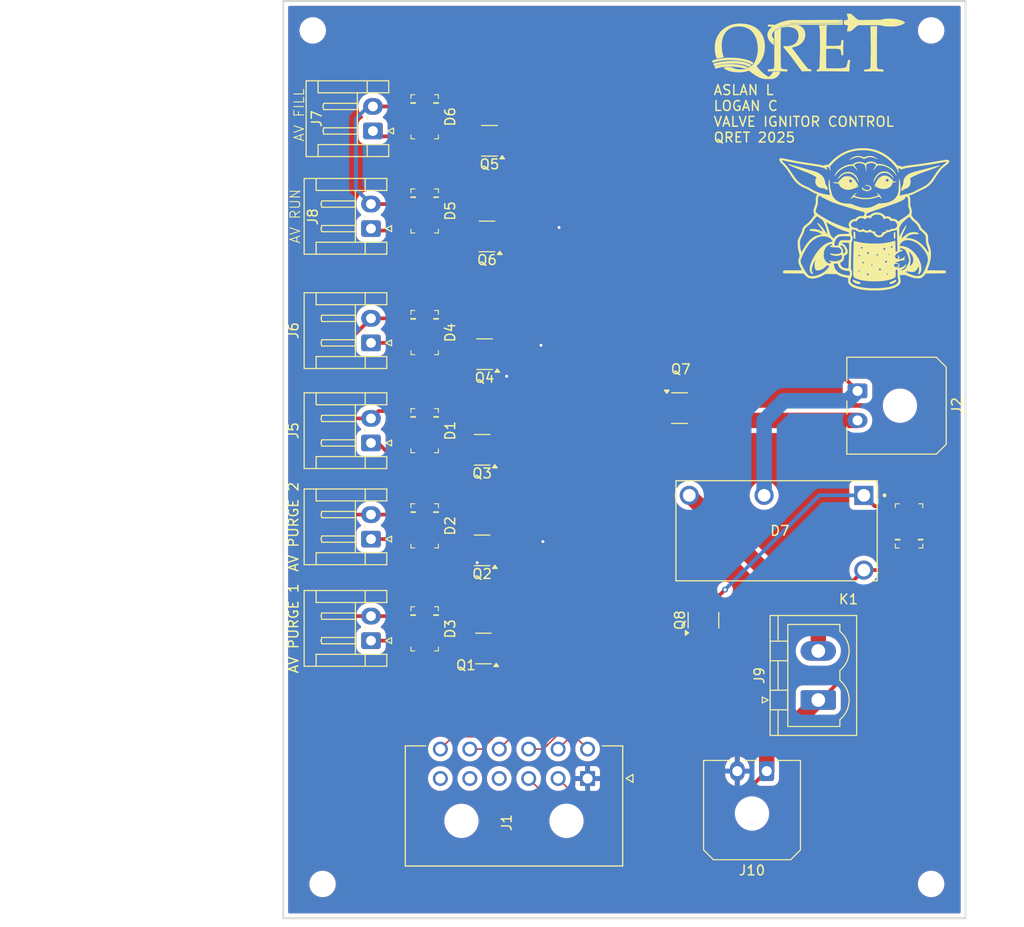
<source format=kicad_pcb>
(kicad_pcb (version 20241229) (generator "pcbnew") (generator_version "9.0")
  (layers (0 "F.Cu" signal) (2 "B.Cu" signal) (13 "F.Paste" user) (15 "B.Paste" user) (5 "F.SilkS" user "F.Silkscreen") (7 "B.SilkS" user "B.Silkscreen") (1 "F.Mask" user) (3 "B.Mask" user) (25 "Edge.Cuts" user))
  (net 0 "")
  (net 1 "+24V")
  (net 2 "VLV 1")
  (net 3 "VLV 2")
  (net 4 "VLV 3")
  (net 5 "VLV 4")
  (net 6 "AV FILL VLV")
  (net 7 "AV RUN VLV")
  (net 8 "Net-(Q8-D)")
  (net 10 "IGNITOR CTL")
  (net 11 "AV  RUN CTL")
  (net 12 "VLV 2 CTL")
  (net 13 "AV FILL CTL")
  (net 14 "VLV 1 CTL")
  (net 16 "VLV 3 CTL")
  (net 17 "GND")
  (net 18 "VLV 4 CTL")
  (net 19 "RELAY SFEGRD CTL")
  (net 21 "IGNITOR 3A -")
  (net 22 "Net-(J9-Pin_2)")
  (net 23 "Net-(Q1-G)")
  (net 24 "Net-(Q2-G)")
  (net 25 "Net-(Q3-G)")
  (net 26 "Net-(Q4-G)")
  (net 27 "Net-(Q5-G)")
  (net 28 "Net-(Q6-G)")
  (net 29 "Net-(Q7-G)")
  (net 30 "Net-(Q8-G)")
  (net 31 "SAFE POWER 24v")
  (footprint "Footprints:LOGO" (layer "F.Cu") (at 92.5 94.5)
    (property "Reference" "G***" (hide yes))
    (property "Value" "LOGO" (hide yes))
  )
  (footprint "Footprints:JST_EH_S2B-EH_1x02_P2.50mm_Horizontal" (layer "F.Cu") (at 47.9325 144.85 90)
    (property "Reference" "AV PURGE 2" (at 1.25 -7.9 90) (layer "F.SilkS"))
    (property "Value" "Conn_01x02_Pin")
    (pad "1" thru_hole roundrect (at 0 0 90) (size 1.7 2) (drill 1) (layers "*.Cu" "*.Mask") (roundrect_rratio 0.147059) (net 3 "VLV 2"))
    (pad "2" thru_hole oval (at 2.5 0 90) (size 1.7 2) (drill 1) (layers "*.Cu" "*.Mask") (net 1 "+24V"))
  )
  (footprint "Footprints:R_0805" (layer "F.Cu") (at 63.75 126 -90)
    (property "Reference" "R8" (hide yes))
    (property "Value" "100KR")
    (pad "1" smd roundrect (at -0.91 0 270) (size 1.02 1.4) (layers "F.Cu" "F.Mask" "F.Paste") (roundrect_rratio 0.243902) (net 17 "GND"))
    (pad "2" smd roundrect (at 0.91 0 270) (size 1.02 1.4) (layers "F.Cu" "F.Mask" "F.Paste") (roundrect_rratio 0.243902) (net 26 "Net-(Q4-G)"))
  )
  (footprint "Footprints:LOGO" (layer "F.Cu") (at 98.2 112)
    (property "Reference" "G***" (hide yes))
    (property "Value" "LOGO" (hide yes))
  )
  (footprint "Footprints:R_0805" (layer "F.Cu") (at 63.75 114 -90)
    (property "Reference" "R12" (hide yes))
    (property "Value" "100KR")
    (pad "1" smd roundrect (at -0.91 0 270) (size 1.02 1.4) (layers "F.Cu" "F.Mask" "F.Paste") (roundrect_rratio 0.243902) (net 17 "GND"))
    (pad "2" smd roundrect (at 0.91 0 270) (size 1.02 1.4) (layers "F.Cu" "F.Mask" "F.Paste") (roundrect_rratio 0.243902) (net 28 "Net-(Q6-G)"))
  )
  (footprint "Footprints:R_0805" (layer "F.Cu") (at 63.75 160 90)
    (property "Reference" "R1" (hide yes))
    (property "Value" "R100")
    (pad "1" smd roundrect (at -0.91 0 90) (size 1.02 1.4) (layers "F.Cu" "F.Mask" "F.Paste") (roundrect_rratio 0.243902) (net 14 "VLV 1 CTL"))
    (pad "2" smd roundrect (at 0.91 0 90) (size 1.02 1.4) (layers "F.Cu" "F.Mask" "F.Paste") (roundrect_rratio 0.243902) (net 23 "Net-(Q1-G)"))
  )
  (footprint "Footprints:SOT-23-3" (layer "F.Cu") (at 79.3625 131.5)
    (property "Reference" "Q7" (at 0.1275 -3.97 0) (layer "F.SilkS"))
    (property "Value" "BSS138")
    (pad "1" smd roundrect (at -1.1375 -0.95) (size 1.325 0.6) (layers "F.Cu" "F.Mask" "F.Paste") (net 29 "Net-(Q7-G)"))
    (pad "2" smd roundrect (at -1.1375 0.95) (size 1.325 0.6) (layers "F.Cu" "F.Mask" "F.Paste") (net 17 "GND"))
    (pad "3" smd roundrect (at 1.1375 0) (size 1.325 0.6) (layers "F.Cu" "F.Mask" "F.Paste") (net 21 "IGNITOR 3A -"))
  )
  (footprint "Footprints:JST_EH_S2B-EH_1x02_P2.50mm_Horizontal" (layer "F.Cu") (at 47.9325 124.85 90)
    (property "Reference" "J6" (at 1.25 -7.9 90) (layer "F.SilkS"))
    (property "Value" "Conn_01x02_Pin")
    (pad "1" thru_hole roundrect (at 0 0 90) (size 1.7 2) (drill 1) (layers "*.Cu" "*.Mask") (roundrect_rratio 0.147059) (net 5 "VLV 4"))
    (pad "2" thru_hole oval (at 2.5 0 90) (size 1.7 2) (drill 1) (layers "*.Cu" "*.Mask") (net 1 "+24V"))
  )
  (footprint "Footprints:SOT-23-3" (layer "F.Cu") (at 59.75 114 180)
    (property "Reference" "Q6" (at 0 -2.4 0) (layer "F.SilkS"))
    (property "Value" "BSS138")
    (pad "1" smd roundrect (at -1.1375 -0.95 180) (size 1.325 0.6) (layers "F.Cu" "F.Mask" "F.Paste") (net 28 "Net-(Q6-G)"))
    (pad "2" smd roundrect (at -1.1375 0.95 180) (size 1.325 0.6) (layers "F.Cu" "F.Mask" "F.Paste") (net 17 "GND"))
    (pad "3" smd roundrect (at 1.1375 0 180) (size 1.325 0.6) (layers "F.Cu" "F.Mask" "F.Paste") (net 7 "AV RUN VLV"))
  )
  (footprint "Footprints:SOT-23-3" (layer "F.Cu") (at 59.5 126 180)
    (property "Reference" "Q4" (at 0 -2.4 0) (layer "F.SilkS"))
    (property "Value" "BSS138")
    (pad "1" smd roundrect (at -1.1375 -0.95 180) (size 1.325 0.6) (layers "F.Cu" "F.Mask" "F.Paste") (net 26 "Net-(Q4-G)"))
    (pad "2" smd roundrect (at -1.1375 0.95 180) (size 1.325 0.6) (layers "F.Cu" "F.Mask" "F.Paste") (net 17 "GND"))
    (pad "3" smd roundrect (at 1.1375 0 180) (size 1.325 0.6) (layers "F.Cu" "F.Mask" "F.Paste") (net 5 "VLV 4"))
  )
  (footprint "Footprints:JST_EH_S2B-EH_1x02_P2.50mm_Horizontal" (layer "F.Cu") (at 47.9325 113.2 90)
    (property "Reference" "J8" (at 1.2 -5.9325 90) (layer "F.SilkS"))
    (property "Value" "Conn_01x02_Pin")
    (pad "1" thru_hole roundrect (at 0 0 90) (size 1.7 2) (drill 1) (layers "*.Cu" "*.Mask") (roundrect_rratio 0.147059) (net 7 "AV RUN VLV"))
    (pad "2" thru_hole oval (at 2.5 0 90) (size 1.7 2) (drill 1) (layers "*.Cu" "*.Mask") (net 31 "SAFE POWER 24v"))
  )
  (footprint "Footprints:SOT-23-3" (layer "F.Cu") (at 59.3875 156 180)
    (property "Reference" "Q1" (at 1.7875 -1.7 0) (layer "F.SilkS"))
    (property "Value" "BSS138")
    (pad "1" smd roundrect (at -1.1375 -0.95 180) (size 1.325 0.6) (layers "F.Cu" "F.Mask" "F.Paste") (net 23 "Net-(Q1-G)"))
    (pad "2" smd roundrect (at -1.1375 0.95 180) (size 1.325 0.6) (layers "F.Cu" "F.Mask" "F.Paste") (net 17 "GND"))
    (pad "3" smd roundrect (at 1.1375 0 180) (size 1.325 0.6) (layers "F.Cu" "F.Mask" "F.Paste") (net 2 "VLV 1"))
  )
  (footprint "Footprints:SOT-23-3" (layer "F.Cu") (at 59.25 135.75 180)
    (property "Reference" "Q3" (at 0 -2.4 0) (layer "F.SilkS"))
    (property "Value" "BSS138")
    (pad "1" smd roundrect (at -1.1375 -0.95 180) (size 1.325 0.6) (layers "F.Cu" "F.Mask" "F.Paste") (net 25 "Net-(Q3-G)"))
    (pad "2" smd roundrect (at -1.1375 0.95 180) (size 1.325 0.6) (layers "F.Cu" "F.Mask" "F.Paste") (net 17 "GND"))
    (pad "3" smd roundrect (at 1.1375 0 180) (size 1.325 0.6) (layers "F.Cu" "F.Mask" "F.Paste") (net 4 "VLV 3"))
  )
  (footprint "Footprints:DO-214AC" (layer "F.Cu") (at 53.4 143.5 -90)
    (property "Reference" "D2" (at 0 -2.6 90) (layer "F.SilkS"))
    (property "Value" "S1G")
    (pad "A" smd rect (at 2 0 270) (size 2.5 1.7) (layers "F.Cu" "F.Mask" "F.Paste") (net 3 "VLV 2"))
    (pad "K" smd rect (at -2 0 270) (size 2.5 1.7) (layers "F.Cu" "F.Mask" "F.Paste") (net 1 "+24V"))
  )
  (footprint "Footprints:DO-214AC" (layer "F.Cu") (at 102.75 143.5 90)
    (property "Reference" "D7" (at -0.5 -13.1625 180) (layer "F.SilkS"))
    (property "Value" "S1G")
    (pad "A" smd rect (at 2 0 90) (size 2.5 1.7) (layers "F.Cu" "F.Mask" "F.Paste") (net 8 "Net-(Q8-D)"))
    (pad "K" smd rect (at -2 0 90) (size 2.5 1.7) (layers "F.Cu" "F.Mask" "F.Paste") (net 1 "+24V"))
  )
  (footprint "Footprints:R_0805" (layer "F.Cu") (at 82.84 157.75 180)
    (property "Reference" "R16" (hide yes))
    (property "Value" "100KR")
    (pad "1" smd roundrect (at -0.91 0 180) (size 1.02 1.4) (layers "F.Cu" "F.Mask" "F.Paste") (roundrect_rratio 0.243902) (net 17 "GND"))
    (pad "2" smd roundrect (at 0.91 0 180) (size 1.02 1.4) (layers "F.Cu" "F.Mask" "F.Paste") (roundrect_rratio 0.243902) (net 30 "Net-(Q8-G)"))
  )
  (footprint "Footprints:DO-214AC" (layer "F.Cu") (at 53.4 154 -90)
    (property "Reference" "D3" (at 0 -2.6 90) (layer "F.SilkS"))
    (property "Value" "S1G")
    (pad "A" smd rect (at 2 0 270) (size 2.5 1.7) (layers "F.Cu" "F.Mask" "F.Paste") (net 2 "VLV 1"))
    (pad "K" smd rect (at -2 0 270) (size 2.5 1.7) (layers "F.Cu" "F.Mask" "F.Paste") (net 1 "+24V"))
  )
  (footprint "Footprints:R_0805" (layer "F.Cu") (at 63.75 130.59 90)
    (property "Reference" "R7" (hide yes))
    (property "Value" "R100")
    (pad "1" smd roundrect (at -0.91 0 90) (size 1.02 1.4) (layers "F.Cu" "F.Mask" "F.Paste") (roundrect_rratio 0.243902) (net 18 "VLV 4 CTL"))
    (pad "2" smd roundrect (at 0.91 0 90) (size 1.02 1.4) (layers "F.Cu" "F.Mask" "F.Paste") (roundrect_rratio 0.243902) (net 26 "Net-(Q4-G)"))
  )
  (footprint "Footprints:MountingHole_2.2mm_M2" (layer "F.Cu") (at 42 93)
    (property "Reference" "REF**" (hide yes))
    (property "Value" "MountingHole_2.2mm_M2")
    (pad "" np_thru_hole circle (at 0 0) (size 2.2 2.2) (drill 2.2) (layers "*.Cu" "*.Mask"))
  )
  (footprint "Footprints:R_0805" (layer "F.Cu") (at 77 135.75 -90)
    (property "Reference" "R14" (hide yes))
    (property "Value" "R100K")
    (pad "1" smd roundrect (at -0.91 0 270) (size 1.02 1.4) (layers "F.Cu" "F.Mask" "F.Paste") (roundrect_rratio 0.243902) (net 17 "GND"))
    (pad "2" smd roundrect (at 0.91 0 270) (size 1.02 1.4) (layers "F.Cu" "F.Mask" "F.Paste") (roundrect_rratio 0.243902) (net 29 "Net-(Q7-G)"))
  )
  (footprint "Footprints:Molex_Micro-Fit_3.0_43650-0200_1x02_P3.00mm_Horizontal" (layer "F.Cu") (at 88.25 168.5 180)
    (property "Reference" "J10" (at 1.5 -10.12 0) (layer "F.SilkS"))
    (property "Value" "Conn_01x02_Pin")
    (pad "" np_thru_hole circle (at 1.5 -4.32 180) (size 3 3) (drill 3) (layers "*.Cu" "*.Mask"))
    (pad "1" thru_hole roundrect (at 0 0 180) (size 1.5 2.02) (drill 1.02) (layers "*.Cu" "*.Mask") (roundrect_rratio 0.166667) (net 1 "+24V"))
    (pad "2" thru_hole oval (at 3 0 180) (size 1.5 2.02) (drill 1.02) (layers "*.Cu" "*.Mask") (net 17 "GND"))
  )
  (footprint "Footprints:DO-214AC" (layer "F.Cu") (at 53.4 111.4 -90)
    (property "Reference" "D5" (at 0 -2.6 90) (layer "F.SilkS"))
    (property "Value" "S1G")
    (pad "A" smd rect (at 2 0 270) (size 2.5 1.7) (layers "F.Cu" "F.Mask" "F.Paste") (net 7 "AV RUN VLV"))
    (pad "K" smd rect (at -2 0 270) (size 2.5 1.7) (layers "F.Cu" "F.Mask" "F.Paste") (net 31 "SAFE POWER 24v"))
  )
  (footprint "Footprints:R_0805" (layer "F.Cu") (at 63.75 108.25 90)
    (property "Reference" "R9" (hide yes))
    (property "Value" "R100")
    (pad "1" smd roundrect (at -0.91 0 90) (size 1.02 1.4) (layers "F.Cu" "F.Mask" "F.Paste") (roundrect_rratio 0.243902) (net 13 "AV FILL CTL"))
    (pad "2" smd roundrect (at 0.91 0 90) (size 1.02 1.4) (layers "F.Cu" "F.Mask" "F.Paste") (roundrect_rratio 0.243902) (net 27 "Net-(Q5-G)"))
  )
  (footprint "Footprints:MountingHole_2.2mm_M2" (layer "F.Cu") (at 105 180)
    (property "Reference" "REF**" (hide yes))
    (property "Value" "MountingHole_2.2mm_M2")
    (pad "" np_thru_hole circle (at 0 0) (size 2.2 2.2) (drill 2.2) (layers "*.Cu" "*.Mask"))
  )
  (footprint "Footprints:MOLEX_430451200" (layer "F.Cu") (at 70 169.25)
    (property "Reference" "J1" (at -8.25 4.5 270) (layer "F.SilkS"))
    (property "Value" "Conn_01x12_Pin")
    (pad "" np_thru_hole circle (at -12.85 4.32) (size 3 3) (drill 3) (layers "*.Cu" "*.Mask"))
    (pad "" np_thru_hole circle (at -2.15 4.32) (size 3 3) (drill 3) (layers "*.Cu" "*.Mask"))
    (pad "1" thru_hole rect (at 0 0) (size 1.52 1.52) (drill 1.02) (layers "*.Cu") (net 17 "GND"))
    (pad "2" thru_hole circle (at -3 0) (size 1.52 1.52) (drill 1.02) (layers "*.Cu") (net 10 "IGNITOR CTL"))
    (pad "3" thru_hole circle (at -6 0) (size 1.52 1.52) (drill 1.02) (layers "*.Cu") (net 19 "RELAY SFEGRD CTL"))
    (pad "4" thru_hole circle (at -9 0) (size 1.52 1.52) (drill 1.02) (layers "*.Cu"))
    (pad "5" thru_hole circle (at -12 0) (size 1.52 1.52) (drill 1.02) (layers "*.Cu"))
    (pad "6" thru_hole circle (at -15 0) (size 1.52 1.52) (drill 1.02) (layers "*.Cu"))
    (pad "7" thru_hole circle (at 0 -3) (size 1.52 1.52) (drill 1.02) (layers "*.Cu") (net 13 "AV FILL CTL"))
    (pad "8" thru_hole circle (at -3 -3) (size 1.52 1.52) (drill 1.02) (layers "*.Cu") (net 11 "AV  RUN CTL"))
    (pad "9" thru_hole circle (at -6 -3) (size 1.52 1.52) (drill 1.02) (layers "*.Cu") (net 18 "VLV 4 CTL"))
    (pad "10" thru_hole circle (at -9 -3) (size 1.52 1.52) (drill 1.02) (layers "*.Cu") (net 16 "VLV 3 CTL"))
    (pad "11" thru_hole circle (at -12 -3) (size 1.52 1.52) (drill 1.02) (layers "*.Cu") (net 12 "VLV 2 CTL"))
    (pad "12" thru_hole circle (at -15 -3) (size 1.52 1.52) (drill 1.02) (layers "*.Cu") (net 14 "VLV 1 CTL"))
  )
  (footprint "Footprints:MountingHole_2.2mm_M2" (layer "F.Cu") (at 105 93)
    (property "Reference" "REF**" (hide yes))
    (property "Value" "MountingHole_2.2mm_M2")
    (pad "" np_thru_hole circle (at 0 0) (size 2.2 2.2) (drill 2.2) (layers "*.Cu" "*.Mask"))
  )
  (footprint "Footprints:SOT-23-3" (layer "F.Cu") (at 59.25 146 180)
    (property "Reference" "Q2" (at 0 -2.4 0) (layer "F.SilkS"))
    (property "Value" "BSS138")
    (pad "1" smd roundrect (at -1.1375 -0.95 180) (size 1.325 0.6) (layers "F.Cu" "F.Mask" "F.Paste") (net 24 "Net-(Q2-G)"))
    (pad "2" smd roundrect (at -1.1375 0.95 180) (size 1.325 0.6) (layers "F.Cu" "F.Mask" "F.Paste") (net 17 "GND"))
    (pad "3" smd roundrect (at 1.1375 0 180) (size 1.325 0.6) (layers "F.Cu" "F.Mask" "F.Paste") (net 3 "VLV 2"))
  )
  (footprint "Footprints:R_0805" (layer "F.Cu") (at 63.75 140.25 90)
    (property "Reference" "R5" (hide yes))
    (property "Value" "R100")
    (pad "1" smd roundrect (at -0.91 0 90) (size 1.02 1.4) (layers "F.Cu" "F.Mask" "F.Paste") (roundrect_rratio 0.243902) (net 16 "VLV 3 CTL"))
    (pad "2" smd roundrect (at 0.91 0 90) (size 1.02 1.4) (layers "F.Cu" "F.Mask" "F.Paste") (roundrect_rratio 0.243902) (net 25 "Net-(Q3-G)"))
  )
  (footprint "Footprints:MountingHole_2.2mm_M2" (layer "F.Cu") (at 43 180)
    (property "Reference" "REF**" (hide yes))
    (property "Value" "MountingHole_2.2mm_M2")
    (pad "" np_thru_hole circle (at 0 0) (size 2.2 2.2) (drill 2.2) (layers "*.Cu" "*.Mask"))
  )
  (footprint "Footprints:DO-214AC" (layer "F.Cu") (at 53.4 123.8 -90)
    (property "Reference" "D4" (at 0 -2.6 90) (layer "F.SilkS"))
    (property "Value" "S1G")
    (pad "A" smd rect (at 2 0 270) (size 2.5 1.7) (layers "F.Cu" "F.Mask" "F.Paste") (net 5 "VLV 4"))
    (pad "K" smd rect (at -2 0 270) (size 2.5 1.7) (layers "F.Cu" "F.Mask" "F.Paste") (net 1 "+24V"))
  )
  (footprint "Footprints:Molex_Micro-Fit_3.0_43650-0200_1x02_P3.00mm_Horizontal" (layer "F.Cu") (at 97.5 129.75 -90)
    (property "Reference" "J2" (at 1.5 -10.12 90) (layer "F.SilkS"))
    (property "Value" "Conn_01x02_Pin")
    (pad "" np_thru_hole circle (at 1.5 -4.32 270) (size 3 3) (drill 3) (layers "*.Cu" "*.Mask"))
    (pad "1" thru_hole roundrect (at 0 0 270) (size 1.5 2.02) (drill 1.02) (layers "*.Cu" "*.Mask") (roundrect_rratio 0.166667) (net 31 "SAFE POWER 24v"))
    (pad "2" thru_hole oval (at 3 0 270) (size 1.5 2.02) (drill 1.02) (layers "*.Cu" "*.Mask") (net 21 "IGNITOR 3A -"))
  )
  (footprint "Footprints:RELAY_PR30-24V-450-1A" (layer "F.Cu") (at 89.25 144 180)
    (property "Reference" "K1" (at -7.325 -6.985 0) (layer "F.SilkS"))
    (property "Value" "PR30-24V-450-1A")
    (pad "1" thru_hole rect (at -8.89 3.61 180) (size 1.95 1.95) (drill 1.3) (layers "*.Cu" "*.Mask") (net 8 "Net-(Q8-D)"))
    (pad "5" thru_hole circle (at 1.27 3.61 180) (size 1.95 1.95) (drill 1.3) (layers "*.Cu" "*.Mask") (net 31 "SAFE POWER 24v"))
    (pad "8" thru_hole circle (at 8.89 3.61 180) (size 1.95 1.95) (drill 1.3) (layers "*.Cu" "*.Mask") (net 22 "Net-(J9-Pin_2)"))
    (pad "16" thru_hole circle (at -8.89 -4.01 180) (size 1.95 1.95) (drill 1.3) (layers "*.Cu" "*.Mask") (net 1 "+24V"))
  )
  (footprint "Footprints:DO-214AC" (layer "F.Cu") (at 53.4 133.8 -90)
    (property "Reference" "D1" (at 0 -2.6 90) (layer "F.SilkS"))
    (property "Value" "S1G")
    (pad "A" smd rect (at 2 0 270) (size 2.5 1.7) (layers "F.Cu" "F.Mask" "F.Paste") (net 4 "VLV 3"))
    (pad "K" smd rect (at -2 0 270) (size 2.5 1.7) (layers "F.Cu" "F.Mask" "F.Paste") (net 1 "+24V"))
  )
  (footprint "Footprints:SOT-23-3" (layer "F.Cu") (at 81.8 153.1125 90)
    (property "Reference" "Q8" (at 0 -2.4 90) (layer "F.SilkS"))
    (property "Value" "BSS138")
    (pad "1" smd roundrect (at -1.1375 -0.95 90) (size 1.325 0.6) (layers "F.Cu" "F.Mask" "F.Paste") (net 30 "Net-(Q8-G)"))
    (pad "2" smd roundrect (at -1.1375 0.95 90) (size 1.325 0.6) (layers "F.Cu" "F.Mask" "F.Paste") (net 17 "GND"))
    (pad "3" smd roundrect (at 1.1375 0 90) (size 1.325 0.6) (layers "F.Cu" "F.Mask" "F.Paste") (net 8 "Net-(Q8-D)"))
  )
  (footprint "Footprints:R_0805" (layer "F.Cu") (at 76.75 139.84 90)
    (property "Reference" "R13" (hide yes))
    (property "Value" "R100")
    (pad "1" smd roundrect (at -0.91 0 90) (size 1.02 1.4) (layers "F.Cu" "F.Mask" "F.Paste") (roundrect_rratio 0.243902) (net 10 "IGNITOR CTL"))
    (pad "2" smd roundrect (at 0.91 0 90) (size 1.02 1.4) (layers "F.Cu" "F.Mask" "F.Paste") (roundrect_rratio 0.243902) (net 29 "Net-(Q7-G)"))
  )
  (footprint "Footprints:R_0805" (layer "F.Cu") (at 63.75 156 -90)
    (property "Reference" "R2" (hide yes))
    (property "Value" "100KR")
    (pad "1" smd roundrect (at -0.91 0 270) (size 1.02 1.4) (layers "F.Cu" "F.Mask" "F.Paste") (roundrect_rratio 0.243902) (net 17 "GND"))
    (pad "2" smd roundrect (at 0.91 0 270) (size 1.02 1.4) (layers "F.Cu" "F.Mask" "F.Paste") (roundrect_rratio 0.243902) (net 23 "Net-(Q1-G)"))
  )
  (footprint "Footprints:R_0805" (layer "F.Cu") (at 63.75 135.75 -90)
    (property "Reference" "R6" (hide yes))
    (property "Value" "100KR")
    (pad "1" smd roundrect (at -0.91 0 270) (size 1.02 1.4) (layers "F.Cu" "F.Mask" "F.Paste") (roundrect_rratio 0.243902) (net 17 "GND"))
    (pad "2" smd roundrect (at 0.91 0 270) (size 1.02 1.4) (layers "F.Cu" "F.Mask" "F.Paste") (roundrect_rratio 0.243902) (net 25 "Net-(Q3-G)"))
  )
  (footprint "Footprints:SOT-23-3" (layer "F.Cu") (at 60 104.25 180)
    (property "Reference" "Q5" (at 0 -2.4 0) (layer "F.SilkS"))
    (property "Value" "BSS138")
    (pad "1" smd roundrect (at -1.1375 -0.95 180) (size 1.325 0.6) (layers "F.Cu" "F.Mask" "F.Paste") (net 27 "Net-(Q5-G)"))
    (pad "2" smd roundrect (at -1.1375 0.95 180) (size 1.325 0.6) (layers "F.Cu" "F.Mask" "F.Paste") (net 17 "GND"))
    (pad "3" smd roundrect (at 1.1375 0 180) (size 1.325 0.6) (layers "F.Cu" "F.Mask" "F.Paste") (net 6 "AV FILL VLV"))
  )
  (footprint "Footprints:JST_EH_S2B-EH_1x02_P2.50mm_Horizontal" (layer "F.Cu") (at 48.1325 103.25 90)
    (property "Reference" "J7" (at 1.25 -5.7325 90) (layer "F.SilkS"))
    (property "Value" "Conn_01x02_Pin")
    (pad "1" thru_hole roundrect (at 0 0 90) (size 1.7 2) (drill 1) (layers "*.Cu" "*.Mask") (roundrect_rratio 0.147059) (net 6 "AV FILL VLV"))
    (pad "2" thru_hole oval (at 2.5 0 90) (size 1.7 2) (drill 1) (layers "*.Cu" "*.Mask") (net 31 "SAFE POWER 24v"))
  )
  (footprint "Footprints:R_0805" (layer "F.Cu") (at 79.75 157.75 90)
    (property "Reference" "R15" (hide yes))
    (property "Value" "R100")
    (pad "1" smd roundrect (at -0.91 0 90) (size 1.02 1.4) (layers "F.Cu" "F.Mask" "F.Paste") (roundrect_rratio 0.243902) (net 19 "RELAY SFEGRD CTL"))
    (pad "2" smd roundrect (at 0.91 0 90) (size 1.02 1.4) (layers "F.Cu" "F.Mask" "F.Paste") (roundrect_rratio 0.243902) (net 30 "Net-(Q8-G)"))
  )
  (footprint "Footprints:R_0805" (layer "F.Cu") (at 63.75 118.59 90)
    (property "Reference" "R11" (hide yes))
    (property "Value" "R100")
    (pad "1" smd roundrect (at -0.91 0 90) (size 1.02 1.4) (layers "F.Cu" "F.Mask" "F.Paste") (roundrect_rratio 0.243902) (net 11 "AV  RUN CTL"))
    (pad "2" smd roundrect (at 0.91 0 90) (size 1.02 1.4) (layers "F.Cu" "F.Mask" "F.Paste") (roundrect_rratio 0.243902) (net 28 "Net-(Q6-G)"))
  )
  (footprint "Footprints:R_0805" (layer "F.Cu") (at 63.75 104.25 -90)
    (property "Reference" "R10" (hide yes))
    (property "Value" "100KR")
    (pad "1" smd roundrect (at -0.91 0 270) (size 1.02 1.4) (layers "F.Cu" "F.Mask" "F.Paste") (roundrect_rratio 0.243902) (net 17 "GND"))
    (pad "2" smd roundrect (at 0.91 0 270) (size 1.02 1.4) (layers "F.Cu" "F.Mask" "F.Paste") (roundrect_rratio 0.243902) (net 27 "Net-(Q5-G)"))
  )
  (footprint "Footprints:JST_EH_S2B-EH_1x02_P2.50mm_Horizontal" (layer "F.Cu") (at 47.9325 155.2 90)
    (property "Reference" "AV PURGE 1" (at 1.25 -7.9 90) (layer "F.SilkS"))
    (property "Value" "Conn_01x02_Pin")
    (pad "1" thru_hole roundrect (at 0 0 90) (size 1.7 2) (drill 1) (layers "*.Cu" "*.Mask") (roundrect_rratio 0.147059) (net 2 "VLV 1"))
    (pad "2" thru_hole oval (at 2.5 0 90) (size 1.7 2) (drill 1) (layers "*.Cu" "*.Mask") (net 1 "+24V"))
  )
  (footprint "Footprints:PhoenixContact_MSTBVA_2,5_2-G_1x02_P5.00mm_Vertical" (layer "F.Cu") (at 93.5 161.25 90)
    (property "Reference" "J9" (at 2.5 -6 90) (layer "F.SilkS"))
    (property "Value" "Conn_01x02_Pin")
    (pad "1" thru_hole roundrect (at 0 0 90) (size 2 3.6) (drill 1.4) (layers "*.Cu" "*.Mask") (roundrect_rratio 0.125) (net 1 "+24V"))
    (pad "2" thru_hole oval (at 5 0 90) (size 2 3.6) (drill 1.4) (layers "*.Cu" "*.Mask") (net 22 "Net-(J9-Pin_2)"))
  )
  (footprint "Footprints:R_0805" (layer "F.Cu") (at 63.5 151.25 90)
    (property "Reference" "R3" (hide yes))
    (property "Value" "R100")
    (pad "1" smd roundrect (at -0.91 0 90) (size 1.02 1.4) (layers "F.Cu" "F.Mask" "F.Paste") (roundrect_rratio 0.243902) (net 12 "VLV 2 CTL"))
    (pad "2" smd roundrect (at 0.91 0 90) (size 1.02 1.4) (layers "F.Cu" "F.Mask" "F.Paste") (roundrect_rratio 0.243902) (net 24 "Net-(Q2-G)"))
  )
  (footprint "Footprints:JST_EH_S2B-EH_1x02_P2.50mm_Horizontal" (layer "F.Cu") (at 47.9325 135.05 90)
    (property "Reference" "J5" (at 1.25 -7.9 90) (layer "F.SilkS"))
    (property "Value" "Conn_01x02_Pin")
    (pad "1" thru_hole roundrect (at 0 0 90) (size 1.7 2) (drill 1) (layers "*.Cu" "*.Mask") (roundrect_rratio 0.147059) (net 4 "VLV 3"))
    (pad "2" thru_hole oval (at 2.5 0 90) (size 1.7 2) (drill 1) (layers "*.Cu" "*.Mask") (net 1 "+24V"))
  )
  (footprint "Footprints:R_0805" (layer "F.Cu") (at 63.75 146 -90)
    (property "Reference" "R4" (hide yes))
    (property "Value" "100KR")
    (pad "1" smd roundrect (at -0.91 0 270) (size 1.02 1.4) (layers "F.Cu" "F.Mask" "F.Paste") (roundrect_rratio 0.243902) (net 17 "GND"))
    (pad "2" smd roundrect (at 0.91 0 270) (size 1.02 1.4) (layers "F.Cu" "F.Mask" "F.Paste") (roundrect_rratio 0.243902) (net 24 "Net-(Q2-G)"))
  )
  (footprint "Footprints:DO-214AC" (layer "F.Cu") (at 53.4 101.8 -90)
    (property "Reference" "D6" (at 0 -2.6 90) (layer "F.SilkS"))
    (property "Value" "S1G")
    (pad "A" smd rect (at 2 0 270) (size 2.5 1.7) (layers "F.Cu" "F.Mask" "F.Paste") (net 6 "AV FILL VLV"))
    (pad "K" smd rect (at -2 0 270) (size 2.5 1.7) (layers "F.Cu" "F.Mask" "F.Paste") (net 31 "SAFE POWER 24v"))
  )
  (gr_rect (start 39 90) (end 108.5 183.5) (stroke (width 0.2)) (fill no) (layer "Edge.Cuts"))
  (gr_text "ASLAN L\nLOGAN C\nVALVE IGNITOR CONTROL\nQRET 2025\n" (at 82.75 104.5 0) (layer "F.SilkS") (effects (font (size 1 1)) (justify left bottom)))
  (gr_text "AV RUN" (at 40.8 114.8 90) (layer "F.SilkS") (effects (font (size 1 1) (thickness 0.1)) (justify left bottom)))
  (gr_text "AV FILL" (at 41.2 104.4 90) (layer "F.SilkS") (effects (font (size 1 1) (thickness 0.1)) (justify left bottom)))
  (segment (start 56.5 178.25) (end 44.75 166.5) (width 0.381) (layer "F.Cu") (net 1))
  (segment (start 88.25 168.5) (end 78.5 178.25) (width 0.381) (layer "F.Cu") (net 1))
  (segment (start 96.5 158.5) (end 96.5 149.65) (width 0.381) (layer "F.Cu") (net 1))
  (segment (start 47.9325 142.35) (end 52.55 142.35) (width 0.381) (layer "F.Cu") (net 1))
  (segment (start 44.75 142.75) (end 44.75 142.25) (width 0.381) (layer "F.Cu") (net 1))
  (segment (start 52.65 122.35) (end 53.2 121.8) (width 0.1524) (layer "F.Cu") (net 1))
  (segment (start 44.75 152.75) (end 44.75 152.5) (width 0.381) (layer "F.Cu") (net 1))
  (segment (start 88.25 166.5) (end 93.5 161.25) (width 1.5748) (layer "F.Cu") (net 1))
  (segment (start 98.14 148.01) (end 100.24 148.01) (width 0.381) (layer "F.Cu") (net 1))
  (segment (start 44.75 125.5325) (end 47.9325 122.35) (width 0.381) (layer "F.Cu") (net 1))
  (segment (start 44.75 133) (end 44.75 132.7) (width 0.381) (layer "F.Cu") (net 1))
  (segment (start 44.95 152.7) (end 44.75 152.5) (width 0.381) (layer "F.Cu") (net 1))
  (segment (start 48 132.5) (end 48.1 132.5) (width 0.381) (layer "F.Cu") (net 1))
  (segment (start 53.6 131.8) (end 53.600001 131.799999) (width 0.1524) (layer "F.Cu") (net 1))
  (segment (start 47.9325 122.35) (end 52.65 122.35) (width 0.381) (layer "F.Cu") (net 1))
  (segment (start 44.85 142.35) (end 44.75 142.25) (width 0.1524) (layer "F.Cu") (net 1))
  (segment (start 93.75 161.25) (end 96.5 158.5) (width 0.381) (layer "F.Cu") (net 1))
  (segment (start 47.9325 152.7) (end 44.95 152.7) (width 0.381) (layer "F.Cu") (net 1))
  (segment (start 47.9325 152.7) (end 52.7 152.7) (width 0.381) (layer "F.Cu") (net 1))
  (segment (start 52.55 142.35) (end 53.4 141.5) (width 0.1524) (layer "F.Cu") (net 1))
  (segment (start 96.5 149.65) (end 98.14 148.01) (width 0.381) (layer "F.Cu") (net 1))
  (segment (start 78.5 178.25) (end 56.5 178.25) (width 0.381) (layer "F.Cu") (net 1))
  (segment (start 100.24 148.01) (end 102.75 145.5) (width 0.381) (layer "F.Cu") (net 1))
  (segment (start 93.5 161.25) (end 93.75 161.25) (width 1.5748) (layer "F.Cu") (net 1))
  (segment (start 44.9 132.55) (end 47.9325 132.55) (width 0.381) (layer "F.Cu") (net 1))
  (segment (start 48.6825 131.8) (end 53.6 131.8) (width 0.381) (layer "F.Cu") (net 1))
  (segment (start 47.9325 142.35) (end 44.85 142.35) (width 0.381) (layer "F.Cu") (net 1))
  (segment (start 44.75 132.7) (end 44.75 125.5325) (width 0.381) (layer "F.Cu") (net 1))
  (segment (start 44.75 142.25) (end 44.75 135) (width 0.381) (layer "F.Cu") (net 1))
  (segment (start 44.75 166.5) (end 44.75 152.75) (width 0.381) (layer "F.Cu") (net 1))
  (segment (start 44.75 152.5) (end 44.75 142.75) (width 0.381) (layer "F.Cu") (net 1))
  (segment (start 52.7 152.7) (end 53.4 152) (width 0.1524) (layer "F.Cu") (net 1))
  (segment (start 88.25 168.5) (end 88.25 166.5) (width 1.5748) (layer "F.Cu") (net 1))
  (segment (start 47.9325 132.55) (end 48.6825 131.8) (width 0.381) (layer "F.Cu") (net 1))
  (segment (start 44.75 135) (end 44.75 133) (width 0.381) (layer "F.Cu") (net 1))
  (segment (start 53.2 156) (end 52.4 155.2) (width 0.381) (layer "F.Cu") (net 2))
  (segment (start 53.4 156) (end 53.2 156) (width 0.1524) (layer "F.Cu") (net 2))
  (segment (start 52.4 155.2) (end 47.9325 155.2) (width 0.381) (layer "F.Cu") (net 2))
  (segment (start 58.25 156) (end 53.4 156) (width 0.381) (layer "F.Cu") (net 2))
  (segment (start 53.9 146) (end 53.4 145.5) (width 0.1524) (layer "F.Cu") (net 3))
  (segment (start 47.9325 144.85) (end 52.75 144.85) (width 0.381) (layer "F.Cu") (net 3))
  (segment (start 52.75 144.85) (end 53.4 145.5) (width 0.1524) (layer "F.Cu") (net 3))
  (segment (start 58.1125 146) (end 53.9 146) (width 0.381) (layer "F.Cu") (net 3))
  (segment (start 58.0625 135.8) (end 58.1125 135.75) (width 0.1524) (layer "F.Cu") (net 4))
  (segment (start 49.399783 135.8) (end 48.296383 134.6966) (width 0.381) (layer "F.Cu") (net 4))
  (segment (start 53.4 135.8) (end 49.399783 135.8) (width 0.381) (layer "F.Cu") (net 4))
  (segment (start 58.1125 135.75) (end 57.55 135.75) (width 0.1524) (layer "F.Cu") (net 4))
  (segment (start 53.4 135.8) (end 58.0625 135.8) (width 0.381) (layer "F.Cu") (net 4))
  (segment (start 47.9325 135.05) (end 48.15 135.05) (width 0.1524) (layer "F.Cu") (net 4))
  (segment (start 58.3625 126) (end 53.4 126) (width 0.381) (layer "F.Cu") (net 5))
  (segment (start 47.9325 124.85) (end 52.25 124.85) (width 0.381) (layer "F.Cu") (net 5))
  (segment (start 53.4 126) (end 53.2 125.8) (width 0.1524) (layer "F.Cu") (net 5))
  (segment (start 52.25 124.85) (end 53.2 125.8) (width 0.381) (layer "F.Cu") (net 5))
  (segment (start 53.85 104.25) (end 53.4 103.8) (width 0.1524) (layer "F.Cu") (net 6))
  (segment (start 58.8625 104.25) (end 55.45 104.25) (width 0.381) (layer "F.Cu") (net 6))
  (segment (start 55.45 104.25) (end 53.85 104.25) (width 0.381) (layer "F.Cu") (net 6))
  (segment (start 53.4 103.8) (end 48.6825 103.8) (width 0.381) (layer "F.Cu") (net 6))
  (segment (start 53.4 103.8) (end 53.9 104.3) (width 0.1524) (layer "F.Cu") (net 6))
  (segment (start 48.6825 103.8) (end 48.1325 103.25) (width 0.1524) (layer "F.Cu") (net 6))
  (segment (start 53.4 113.4) (end 54 114) (width 0.381) (layer "F.Cu") (net 7))
  (segment (start 53.4 113.4) (end 48.1325 113.4) (width 0.381) (layer "F.Cu") (net 7))
  (segment (start 48.1325 113.4) (end 47.9325 113.2) (width 0.1524) (layer "F.Cu") (net 7))
  (segment (start 54 114) (end 58.6125 114) (width 0.381) (layer "F.Cu") (net 7))
  (segment (start 82.025 151.975) (end 84 150) (width 0.381) (layer "F.Cu") (net 8))
  (segment (start 102.75 141.5) (end 99.25 141.5) (width 0.381) (layer "F.Cu") (net 8))
  (segment (start 99.25 141.5) (end 98.14 140.39) (width 0.381) (layer "F.Cu") (net 8))
  (segment (start 81.8 151.975) (end 82.025 151.975) (width 0.381) (layer "F.Cu") (net 8))
  (via (at 84 150) (size 0.6) (drill 0.3) (layers "F.Cu" "B.Cu") (net 8))
  (segment (start 84 150) (end 93.61 140.39) (width 0.381) (layer "B.Cu") (net 8))
  (segment (start 93.61 140.39) (end 98.14 140.39) (width 0.381) (layer "B.Cu") (net 8))
  (segment (start 75.4 169.501632) (end 75.4 141.4) (width 0.1524) (layer "F.Cu") (net 10))
  (segment (start 67 169.25) (end 68.75 171) (width 0.1524) (layer "F.Cu") (net 10))
  (segment (start 76.05 140.75) (end 76.75 140.75) (width 0.1524) (layer "F.Cu") (net 10))
  (segment (start 73.901632 171) (end 75.4 169.501632) (width 0.1524) (layer "F.Cu") (net 10))
  (segment (start 75.4 141.4) (end 76.05 140.75) (width 0.1524) (layer "F.Cu") (net 10))
  (segment (start 68.75 171) (end 73.901632 171) (width 0.1524) (layer "F.Cu") (net 10))
  (segment (start 67.8976 165.3524) (end 67 166.25) (width 0.1524) (layer "F.Cu") (net 11))
  (segment (start 67.8976 121.1476) (end 67.8976 165.3524) (width 0.1524) (layer "F.Cu") (net 11))
  (segment (start 63.75 119.5) (end 66.25 119.5) (width 0.1524) (layer "F.Cu") (net 11))
  (segment (start 66.25 119.5) (end 67.8976 121.1476) (width 0.1524) (layer "F.Cu") (net 11))
  (segment (start 66.25 164.25) (end 61.25 164.25) (width 0.1524) (layer "F.Cu") (net 12))
  (segment (start 59.25 166.25) (end 58 166.25) (width 0.1524) (layer "F.Cu") (net 12))
  (segment (start 61.25 164.25) (end 59.25 166.25) (width 0.1524) (layer "F.Cu") (net 12))
  (segment (start 63.5 152.16) (end 66.8404 155.5004) (width 0.1524) (layer "F.Cu") (net 12))
  (segment (start 66.8404 155.5004) (end 66.8404 163.6596) (width 0.1524) (layer "F.Cu") (net 12))
  (segment (start 66.8404 163.6596) (end 66.25 164.25) (width 0.1524) (layer "F.Cu") (net 12))
  (segment (start 63.75 109.16) (end 64.45 109.16) (width 0.1524) (layer "F.Cu") (net 13))
  (segment (start 68.25 164.5) (end 70 166.25) (width 0.1524) (layer "F.Cu") (net 13))
  (segment (start 68.25 112.96) (end 68.25 164.5) (width 0.1524) (layer "F.Cu") (net 13))
  (segment (start 64.45 109.16) (end 68.25 112.96) (width 0.1524) (layer "F.Cu") (net 13))
  (segment (start 56.25 165) (end 55 166.25) (width 0.1524) (layer "F.Cu") (net 14))
  (segment (start 63.75 161.205) (end 59.955 165) (width 0.1524) (layer "F.Cu") (net 14))
  (segment (start 63.75 160.91) (end 63.75 161.205) (width 0.1524) (layer "F.Cu") (net 14))
  (segment (start 59.955 165) (end 56.25 165) (width 0.1524) (layer "F.Cu") (net 14))
  (segment (start 67.1928 144.6028) (end 67.1928 163.805568) (width 0.1524) (layer "F.Cu") (net 16))
  (segment (start 63.75 141.16) (end 67.1928 144.6028) (width 0.1524) (layer "F.Cu") (net 16))
  (segment (start 62.6476 164.6024) (end 61 166.25) (width 0.1524) (layer "F.Cu") (net 16))
  (segment (start 67.1928 163.805568) (end 66.395968 164.6024) (width 0.1524) (layer "F.Cu") (net 16))
  (segment (start 66.395968 164.6024) (end 62.6476 164.6024) (width 0.1524) (layer "F.Cu") (net 16))
  (segment (start 83.75 156.68) (end 83.75 157.75) (width 0.381) (layer "F.Cu") (net 17))
  (segment (start 63.75 134.84) (end 61.75 132.84) (width 0.381) (layer "F.Cu") (net 17))
  (segment (start 63.75 113.09) (end 67.089998 113.09) (width 0.381) (layer "F.Cu") (net 17))
  (segment (start 65.44 145.09) (end 65.45 145.1) (width 0.381) (layer "F.Cu") (net 17))
  (segment (start 82.75 155.68) (end 82.75 154.25) (width 0.381) (layer "F.Cu") (net 17))
  (segment (start 82.75 155.68) (end 83.75 156.68) (width 0.381) (layer "F.Cu") (net 17))
  (segment (start 63.75 103.34) (end 63.84 103.34) (width 0.1524) (layer "F.Cu") (net 17))
  (segment (start 60.565 155.09) (end 60.525 155.05) (width 0.381) (layer "F.Cu") (net 17))
  (segment (start 63.71 145.05) (end 63.75 145.09) (width 0.381) (layer "F.Cu") (net 17))
  (segment (start 63.75 145.09) (end 65.44 145.09) (width 0.381) (layer "F.Cu") (net 17))
  (segment (start 63.75 125.09) (end 65.25 125.09) (width 0.381) (layer "F.Cu") (net 17))
  (segment (start 60.3875 145.05) (end 58.75 146.6875) (width 0.1524) (layer "F.Cu") (net 17))
  (segment (start 61.75 132.84) (end 61.75 128.25) (width 0.381) (layer "F.Cu") (net 17))
  (segment (start 67.089998 113.09) (end 67.09 113.089998) (width 0.381) (layer "F.Cu") (net 17))
  (segment (start 58.75 146.6875) (end 58.75 147.25) (width 0.1524) (layer "F.Cu") (net 17))
  (segment (start 63.75 155.09) (end 64.09 155.09) (width 0.381) (layer "F.Cu") (net 17))
  (segment (start 63.75 113.09) (end 64.34 113.09) (width 0.381) (layer "F.Cu") (net 17))
  (via (at 58.75 147.25) (size 0.6) (drill 0.3) (layers "F.Cu" "B.Cu") (net 17))
  (via (at 61.75 128.25) (size 0.6) (drill 0.3) (layers "F.Cu" "B.Cu") (net 17))
  (via (at 67.09 113.089998) (size 0.6) (drill 0.3) (layers "F.Cu" "B.Cu") (net 17))
  (via (at 65.25 125.09) (size 0.6) (drill 0.3) (layers "F.Cu" "B.Cu") (net 17))
  (via (at 65.45 145.1) (size 0.6) (drill 0.3) (layers "F.Cu" "B.Cu") (net 17))
  (segment (start 62.09 128.25) (end 65.25 125.09) (width 0.381) (layer "B.Cu") (net 17))
  (segment (start 61.75 128.25) (end 62.09 128.25) (width 0.381) (layer "B.Cu") (net 17))
  (segment (start 42.8 145.1) (end 42.9 145.1) (width 0.1524) (layer "B.Cu") (net 17))
  (segment (start 64 166.25) (end 65.5 166.25) (width 0.1524) (layer "F.Cu") (net 18))
  (segment (start 67.5452 164.2048) (end 67.5452 134.5952) (width 0.1524) (layer "F.Cu") (net 18))
  (segment (start 64.45 131.5) (end 63.75 131.5) (width 0.1524) (layer "F.Cu") (net 18))
  (segment (start 67.5452 134.5952) (end 64.45 131.5) (width 0.1524) (layer "F.Cu") (net 18))
  (segment (start 65.5 166.25) (end 67.5452 164.2048) (width 0.1524) (layer "F.Cu") (net 18))
  (segment (start 79.75 165.65) (end 79.75 158.66) (width 0.1524) (layer "F.Cu") (net 19))
  (segment (start 64 169.25) (end 66.1024 171.3524) (width 0.1524) (layer "F.Cu") (net 19))
  (segment (start 74.047601 171.3524) (end 79.75 165.65) (width 0.1524) (layer "F.Cu") (net 19))
  (segment (start 66.1024 171.3524) (end 74.047601 171.3524) (width 0.1524) (layer "F.Cu") (net 19))
  (segment (start 81.75 132.75) (end 80.5 131.5) (width 1.5748) (layer "F.Cu") (net 21))
  (segment (start 97.5 132.75) (end 81.75 132.75) (width 1.5748) (layer "F.Cu") (net 21))
  (segment (start 93.5 153.53) (end 80.36 140.39) (width 1.5748) (layer "F.Cu") (net 22))
  (segment (start 93.5 156.25) (end 93.5 153.53) (width 1.5748) (layer "F.Cu") (net 22))
  (segment (start 63.71 156.95) (end 63.75 156.91) (width 0.127) (layer "F.Cu") (net 23))
  (segment (start 63.75 156.91) (end 63.75 159.09) (width 0.127) (layer "F.Cu") (net 23))
  (segment (start 60.525 156.95) (end 63.71 156.95) (width 0.127) (layer "F.Cu") (net 23))
  (segment (start 63.75 156.91) (end 63.84 156.91) (width 0.127) (layer "F.Cu") (net 23))
  (segment (start 63.75 146.91) (end 60.4275 146.91) (width 0.1524) (layer "F.Cu") (net 24))
  (segment (start 63.5 150.34) (end 63.5 147.16) (width 0.1524) (layer "F.Cu") (net 24))
  (segment (start 63.5 147.16) (end 63.75 146.91) (width 0.1524) (layer "F.Cu") (net 24))
  (segment (start 60.4275 146.91) (end 60.3875 146.95) (width 0.1524) (layer "F.Cu") (net 24))
  (segment (start 63.75 136.66) (end 63.75 139.34) (width 0.1524) (layer "F.Cu") (net 25))
  (segment (start 63.71 136.7) (end 63.75 136.66) (width 0.1524) (layer "F.Cu") (net 25))
  (segment (start 60.3875 136.7) (end 63.71 136.7) (width 0.1524) (layer "F.Cu") (net 25))
  (segment (start 63.71 126.95) (end 63.75 126.91) (width 0.1524) (layer "F.Cu") (net 26))
  (segment (start 60.6375 126.95) (end 63.71 126.95) (width 0.1524) (layer "F.Cu") (net 26))
  (segment (start 63.75 126.91) (end 63.75 129.68) (width 0.1524) (layer "F.Cu") (net 26))
  (segment (start 63.75 105.16) (end 63.75 107.34) (width 0.1524) (layer "F.Cu") (net 27))
  (segment (start 63.71 105.2) (end 63.75 105.16) (width 0.1524) (layer "F.Cu") (net 27))
  (segment (start 61.1375 105.2) (end 63.71 105.2) (width 0.1524) (layer "F.Cu") (net 27))
  (segment (start 63.75 114.91) (end 63.75 117.68) (width 0.1524) (layer "F.Cu") (net 28))
  (segment (start 63.71 114.95) (end 63.75 114.91) (width 0.1524) (layer "F.Cu") (net 28))
  (segment (start 60.8875 114.95) (end 63.71 114.95) (width 0.1524) (layer "F.Cu") (net 28))
  (segment (start 76.0228 132.7522) (end 78.225 130.55) (width 0.1524) (layer "F.Cu") (net 29))
  (segment (start 77 136.66) (end 76.0228 135.6828) (width 0.1524) (layer "F.Cu") (net 29))
  (segment (start 76.0228 135.6828) (end 76.0228 132.7522) (width 0.1524) (layer "F.Cu") (net 29))
  (segment (start 76.75 136.91) (end 77 136.66) (width 0.1524) (layer "F.Cu") (net 29))
  (segment (start 76.75 138.93) (end 76.75 136.91) (width 0.1524) (layer "F.Cu") (net 29))
  (segment (start 79.75 156.84) (end 79.75 155.35) (width 0.1524) (layer "F.Cu") (net 30))
  (segment (start 79.75 155.35) (end 80.85 154.25) (width 0.1524) (layer "F.Cu") (net 30))
  (segment (start 79.75 156.84) (end 81.02 156.84) (width 0.1524) (layer "F.Cu") (net 30))
  (segment (start 81.02 156.84) (end 81.93 157.75) (width 0.1524) (layer "F.Cu") (net 30))
  (segment (start 67.55 99.8) (end 55 99.8) (width 0.381) (layer "F.Cu") (net 31))
  (segment (start 97.5 129.75) (end 67.55 99.8) (width 0.381) (layer "F.Cu") (net 31))
  (segment (start 54.05 100.75) (end 55 99.8) (width 0.381) (layer "F.Cu") (net 31))
  (segment (start 47.9325 110.7) (end 52.1 110.7) (width 0.381) (layer "F.Cu") (net 31))
  (segment (start 52.1 110.7) (end 53.4 109.4) (width 0.381) (layer "F.Cu") (net 31))
  (segment (start 48.1325 100.75) (end 54.05 100.75) (width 0.381) (layer "F.Cu") (net 31))
  (segment (start 46.4 109.1675) (end 47.9325 110.7) (width 0.381) (layer "B.Cu") (net 31))
  (segment (start 87.98 132.77) (end 90 130.75) (width 1.5748) (layer "B.Cu") (net 31))
  (segment (start 46.4 102) (end 46.4 109.1675) (width 0.381) (layer "B.Cu") (net 31))
  (segment (start 90 130.75) (end 96.5 130.75) (width 1.5748) (layer "B.Cu") (net 31))
  (segment (start 48.1325 100.75) (end 47.65 100.75) (width 0.381) (layer "B.Cu") (net 31))
  (segment (start 96.5 130.75) (end 97.5 129.75) (width 1.5748) (layer "B.Cu") (net 31))
  (segment (start 87.98 140.39) (end 87.98 132.77) (width 1.5748) (layer "B.Cu") (net 31))
  (segment (start 47.65 100.75) (end 46.4 102) (width 0.381) (layer "B.Cu") (net 31))
  (zone (net 17) (net_name "GND") (layers "F.Cu" "B.Cu") (connect_pads (clearance 0.5)) (min_thickness 0.25) (fill yes (thermal_gap 0.5) (thermal_bridge_width 0.5))
    (polygon (pts (xy 39 90) (xy 108.5 90) (xy 108.5 183.5) (xy 39 183.5)))
  )
)
</source>
